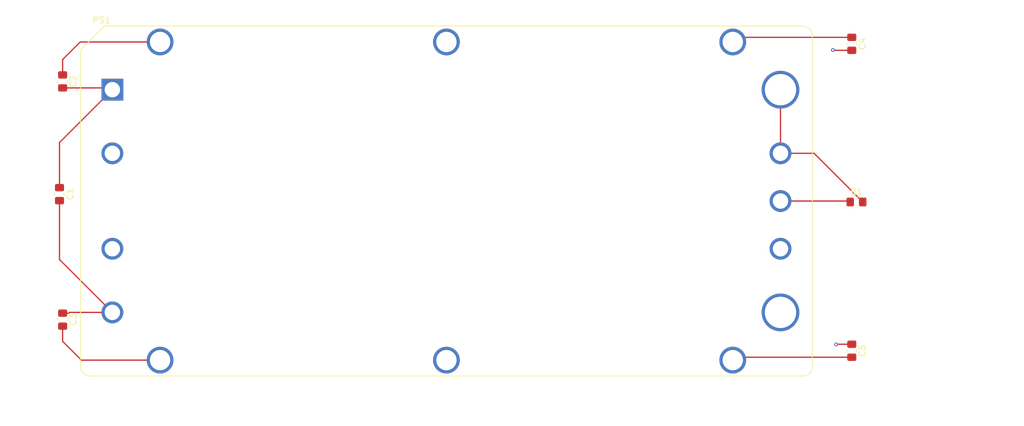
<source format=kicad_pcb>
(kicad_pcb (version 20241229) (generator "pcbnew") (generator_version "9.0")
  (layers (0 "F.Cu" signal) (4 "In1.Cu" signal) (6 "In2.Cu" signal) (2 "B.Cu" signal) (13 "F.Paste" user) (15 "B.Paste" user) (5 "F.SilkS" user "F.Silkscreen") (7 "B.SilkS" user "B.Silkscreen") (1 "F.Mask" user) (3 "B.Mask" user) (25 "Edge.Cuts" user))
  (net 0 "")
  (net 1 "-IN")
  (net 2 "Net-(PS1-+IN)")
  (net 3 "GND")
  (net 4 "+OUT")
  (net 5 "-OUT")
  (net 7 "Net-(PS1-SC)")
  (footprint "Capacitor_SMD:C_0805_2012Metric_Pad1.18x1.45mm_HandSolder" (layer "F.Cu") (at 102 100.5375 -90)
    (property "Reference" "C3" (at 0 -1.68 90) (layer "F.SilkS"))
    (property "Value" "4.7nF")
    (fp_line (start -0.261252 0.735) (end 0.261252 0.735) (stroke (width 0.12)) (layer "F.SilkS"))
    (fp_line (start -0.261252 -0.735) (end 0.261252 -0.735) (stroke (width 0.12)) (layer "F.SilkS"))
    (pad "1" smd roundrect (at -1.0375 0 270) (size 1.175 1.45) (layers "F.Cu" "F.Mask" "F.Paste") (roundrect_rratio 0.212766) (net 1 "-IN"))
    (pad "2" smd roundrect (at 1.0375 0 270) (size 1.175 1.45) (layers "F.Cu" "F.Mask" "F.Paste") (roundrect_rratio 0.212766) (net 3 "GND"))
  )
  (footprint "Capacitor_SMD:C_0805_2012Metric_Pad1.18x1.45mm_HandSolder" (layer "F.Cu") (at 102 62.5 -90)
    (property "Reference" "C2" (at 0 -1.68 90) (layer "F.SilkS"))
    (property "Value" "4.7nF")
    (fp_line (start -0.261252 0.735) (end 0.261252 0.735) (stroke (width 0.12)) (layer "F.SilkS"))
    (fp_line (start -0.261252 -0.735) (end 0.261252 -0.735) (stroke (width 0.12)) (layer "F.SilkS"))
    (pad "1" smd roundrect (at -1.0375 0 270) (size 1.175 1.45) (layers "F.Cu" "F.Mask" "F.Paste") (roundrect_rratio 0.212766) (net 3 "GND"))
    (pad "2" smd roundrect (at 1.0375 0 270) (size 1.175 1.45) (layers "F.Cu" "F.Mask" "F.Paste") (roundrect_rratio 0.212766) (net 2 "Net-(PS1-+IN)"))
  )
  (footprint "Capacitor_SMD:C_0805_2012Metric_Pad1.18x1.45mm_HandSolder" (layer "F.Cu") (at 101.5 80.5 -90)
    (property "Reference" "C1" (at 0 -1.68 90) (layer "F.SilkS"))
    (property "Value" "0.2µF")
    (fp_line (start -0.261252 0.735) (end 0.261252 0.735) (stroke (width 0.12)) (layer "F.SilkS"))
    (fp_line (start -0.261252 -0.735) (end 0.261252 -0.735) (stroke (width 0.12)) (layer "F.SilkS"))
    (pad "1" smd roundrect (at -1.0375 0 270) (size 1.175 1.45) (layers "F.Cu" "F.Mask" "F.Paste") (roundrect_rratio 0.212766) (net 2 "Net-(PS1-+IN)"))
    (pad "2" smd roundrect (at 1.0375 0 270) (size 1.175 1.45) (layers "F.Cu" "F.Mask" "F.Paste") (roundrect_rratio 0.212766) (net 1 "-IN"))
  )
  (footprint "Resistor_SMD:R_0805_2012Metric_Pad1.20x1.40mm_HandSolder" (layer "F.Cu") (at 228.75 81.75)
    (property "Reference" "R1" (at 0 -1.65 0) (layer "F.SilkS"))
    (property "Value" "100k")
    (fp_line (start -0.227064 -0.735) (end 0.227064 -0.735) (stroke (width 0.12)) (layer "F.SilkS"))
    (fp_line (start -0.227064 0.735) (end 0.227064 0.735) (stroke (width 0.12)) (layer "F.SilkS"))
    (pad "1" smd roundrect (at -1 0) (size 1.2 1.4) (layers "F.Cu" "F.Mask" "F.Paste") (roundrect_rratio 0.208333) (net 7 "Net-(PS1-SC)"))
    (pad "2" smd roundrect (at 1 0) (size 1.2 1.4) (layers "F.Cu" "F.Mask" "F.Paste") (roundrect_rratio 0.208333) (net 4 "+OUT"))
  )
  (footprint "FS_4_Footprint_Library:CONV_V110A12C400BL" (layer "F.Cu") (at 163.28 81.6)
    (property "Reference" "PS1" (at -55.075 -28.885 0) (layer "F.SilkS"))
    (property "Value" "V110A12C400BL")
    (fp_line (start -58.42 -24.13) (end -58.42 26.416) (stroke (width 0.127)) (layer "F.SilkS"))
    (fp_line (start -56.896 27.94) (end 56.896 27.94) (stroke (width 0.127)) (layer "F.SilkS"))
    (fp_line (start -54.61 -27.94) (end -58.42 -24.13) (stroke (width 0.127)) (layer "F.SilkS"))
    (fp_line (start 56.896 -27.94) (end -54.61 -27.94) (stroke (width 0.127)) (layer "F.SilkS"))
    (fp_line (start 58.42 26.416) (end 58.42 -26.416) (stroke (width 0.127)) (layer "F.SilkS"))
    (fp_arc (start -56.896 27.94) (mid -57.973631 27.493631) (end -58.42 26.416) (stroke (width 0.127)) (layer "F.SilkS"))
    (fp_arc (start 56.896 -27.94) (mid 57.973631 -27.493631) (end 58.42 -26.416) (stroke (width 0.127)) (layer "F.SilkS"))
    (fp_arc (start 58.42 26.416) (mid 57.973631 27.493631) (end 56.896 27.94) (stroke (width 0.127)) (layer "F.SilkS"))
    (fp_circle (center -59 -17.78) (end -58.9 -17.78) (stroke (width 0.2)) (fill no) (layer "F.SilkS"))
    (pad "1" thru_hole rect (at -53.34 -17.78) (size 3.4798 3.4798) (drill 2.4638) (layers "*.Cu" "*.Mask") (net 2 "Net-(PS1-+IN)"))
    (pad "2" thru_hole circle (at -53.34 -7.62) (size 3.4798 3.4798) (drill 2.4638) (layers "*.Cu" "*.Mask"))
    (pad "3" thru_hole circle (at -53.34 7.62) (size 3.4798 3.4798) (drill 2.4638) (layers "*.Cu" "*.Mask"))
    (pad "4" thru_hole circle (at -53.34 17.78) (size 3.4798 3.4798) (drill 2.4638) (layers "*.Cu" "*.Mask") (net 1 "-IN"))
    (pad "5" thru_hole circle (at 53.34 17.78) (size 6.0198 6.0198) (drill 5.0038) (layers "*.Cu" "*.Mask") (net 5 "-OUT") (thermal_bridge_width 0) (thermal_gap 0))
    (pad "6" thru_hole circle (at 53.34 7.62) (size 3.4798 3.4798) (drill 2.4638) (layers "*.Cu" "*.Mask") (net 5 "-OUT"))
    (pad "7" thru_hole circle (at 53.34 0) (size 3.4798 3.4798) (drill 2.4638) (layers "*.Cu" "*.Mask") (net 7 "Net-(PS1-SC)"))
    (pad "8" thru_hole circle (at 53.34 -7.62) (size 3.4798 3.4798) (drill 2.4638) (layers "*.Cu" "*.Mask") (net 4 "+OUT"))
    (pad "9" thru_hole circle (at 53.34 -17.78) (size 6.0198 6.0198) (drill 5.0038) (layers "*.Cu" "*.Mask") (net 4 "+OUT") (thermal_bridge_width 0) (thermal_gap 0))
    (pad "SH1" thru_hole circle (at -45.72 25.4) (size 4.266 4.266) (drill 3.25) (layers "*.Cu" "*.Mask") (net 3 "GND"))
    (pad "SH2" thru_hole circle (at -45.72 -25.4) (size 4.266 4.266) (drill 3.25) (layers "*.Cu" "*.Mask") (net 3 "GND"))
    (pad "SH3" thru_hole circle (at 0 25.4) (size 4.266 4.266) (drill 3.25) (layers "*.Cu" "*.Mask") (net 3 "GND"))
    (pad "SH4" thru_hole circle (at 0 -25.4) (size 4.266 4.266) (drill 3.25) (layers "*.Cu" "*.Mask") (net 3 "GND"))
    (pad "SH5" thru_hole circle (at 45.72 25.4) (size 4.266 4.266) (drill 3.25) (layers "*.Cu" "*.Mask") (net 3 "GND"))
    (pad "SH6" thru_hole circle (at 45.72 -25.4) (size 4.266 4.266) (drill 3.25) (layers "*.Cu" "*.Mask") (net 3 "GND"))
  )
  (footprint "Capacitor_SMD:C_0805_2012Metric_Pad1.18x1.45mm_HandSolder" (layer "F.Cu") (at 228 105.5 -90)
    (property "Reference" "C5" (at 0 -1.68 90) (layer "F.SilkS"))
    (property "Value" "4.7nF")
    (fp_line (start -0.261252 0.735) (end 0.261252 0.735) (stroke (width 0.12)) (layer "F.SilkS"))
    (fp_line (start -0.261252 -0.735) (end 0.261252 -0.735) (stroke (width 0.12)) (layer "F.SilkS"))
    (pad "1" smd roundrect (at -1.0375 0 270) (size 1.175 1.45) (layers "F.Cu" "F.Mask" "F.Paste") (roundrect_rratio 0.212766) (net 5 "-OUT"))
    (pad "2" smd roundrect (at 1.0375 0 270) (size 1.175 1.45) (layers "F.Cu" "F.Mask" "F.Paste") (roundrect_rratio 0.212766) (net 3 "GND"))
  )
  (footprint "Capacitor_SMD:C_0805_2012Metric_Pad1.18x1.45mm_HandSolder" (layer "F.Cu") (at 228 56.5 -90)
    (property "Reference" "C4" (at 0 -1.68 90) (layer "F.SilkS"))
    (property "Value" "4.7nF")
    (fp_line (start -0.261252 0.735) (end 0.261252 0.735) (stroke (width 0.12)) (layer "F.SilkS"))
    (fp_line (start -0.261252 -0.735) (end 0.261252 -0.735) (stroke (width 0.12)) (layer "F.SilkS"))
    (pad "1" smd roundrect (at -1.0375 0 270) (size 1.175 1.45) (layers "F.Cu" "F.Mask" "F.Paste") (roundrect_rratio 0.212766) (net 3 "GND"))
    (pad "2" smd roundrect (at 1.0375 0 270) (size 1.175 1.45) (layers "F.Cu" "F.Mask" "F.Paste") (roundrect_rratio 0.212766) (net 4 "+OUT"))
  )
  (segment (start 109.215936 99.38) (end 109.94 99.38) (width 0.2) (layer "F.Cu") (net 1))
  (segment (start 102 99.5) (end 103 99.5) (width 0.2) (layer "F.Cu") (net 1))
  (segment (start 103 99.5) (end 103.12 99.38) (width 0.2) (layer "F.Cu") (net 1))
  (segment (start 101.5 90.94) (end 109.94 99.38) (width 0.2) (layer "F.Cu") (net 1))
  (segment (start 101.5 81.5375) (end 101.5 90.94) (width 0.2) (layer "F.Cu") (net 1))
  (segment (start 103.12 99.38) (end 109.94 99.38) (width 0.2) (layer "F.Cu") (net 1))
  (segment (start 109.6575 63.5375) (end 109.94 63.82) (width 0.2) (layer "F.Cu") (net 2))
  (segment (start 101.5 79.4625) (end 101.5 72.26) (width 0.2) (layer "F.Cu") (net 2))
  (segment (start 101.5 72.26) (end 109.94 63.82) (width 0.2) (layer "F.Cu") (net 2))
  (segment (start 102 63.5375) (end 109.6575 63.5375) (width 0.2) (layer "F.Cu") (net 2))
  (segment (start 209.7375 55.4625) (end 209 56.2) (width 0.2) (layer "F.Cu") (net 3))
  (segment (start 102 104) (end 105 107) (width 0.2) (layer "F.Cu") (net 3))
  (segment (start 102 61.4625) (end 102 59) (width 0.2) (layer "F.Cu") (net 3))
  (segment (start 228 106.5375) (end 209.4625 106.5375) (width 0.2) (layer "F.Cu") (net 3))
  (segment (start 102 59) (end 104.8 56.2) (width 0.2) (layer "F.Cu") (net 3))
  (segment (start 228 55.4625) (end 209.7375 55.4625) (width 0.2) (layer "F.Cu") (net 3))
  (segment (start 102 101.575) (end 102 104) (width 0.2) (layer "F.Cu") (net 3))
  (segment (start 209.4625 106.5375) (end 209 107) (width 0.2) (layer "F.Cu") (net 3))
  (segment (start 105 107) (end 117.56 107) (width 0.2) (layer "F.Cu") (net 3))
  (segment (start 104.8 56.2) (end 117.56 56.2) (width 0.2) (layer "F.Cu") (net 3))
  (segment (start 221.98 73.98) (end 216.62 73.98) (width 0.2) (layer "F.Cu") (net 4))
  (segment (start 225.0375 57.5375) (end 225 57.5) (width 0.2) (layer "F.Cu") (net 4))
  (segment (start 229.75 81.75) (end 221.98 73.98) (width 0.2) (layer "F.Cu") (net 4))
  (segment (start 216.62 73.98) (end 216.62 63.82) (width 0.2) (layer "F.Cu") (net 4))
  (segment (start 228 57.5375) (end 225.0375 57.5375) (width 0.2) (layer "F.Cu") (net 4))
  (via (at 225 57.5) (size 0.6) (drill 0.3) (layers "F.Cu" "B.Cu") (net 4))
  (segment (start 228 104.4625) (end 225.5375 104.4625) (width 0.2) (layer "F.Cu") (net 5))
  (segment (start 225.5375 104.4625) (end 225.5 104.5) (width 0.2) (layer "F.Cu") (net 5))
  (via (at 225.5 104.5) (size 0.6) (drill 0.3) (layers "F.Cu" "B.Cu") (net 5))
  (segment (start 216.62 81.6) (end 227.6 81.6) (width 0.2) (layer "F.Cu") (net 7))
  (segment (start 227.6 81.6) (end 227.75 81.75) (width 0.2) (layer "F.Cu") (net 7))
)
</source>
